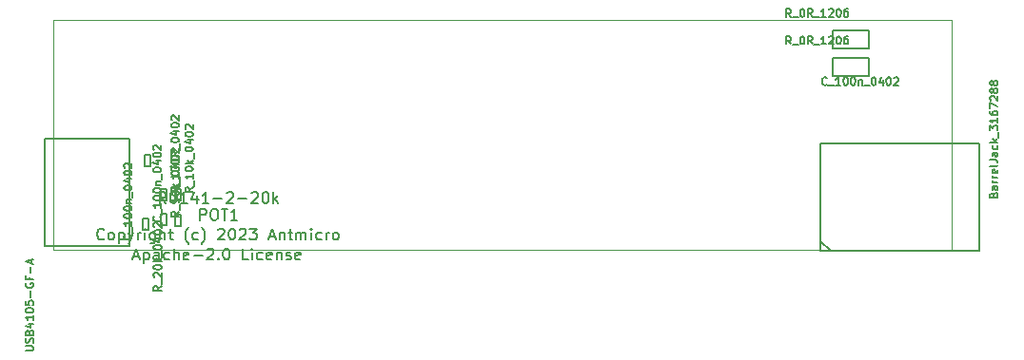
<source format=gbr>
%TF.GenerationSoftware,KiCad,Pcbnew,6.0.11+dfsg-1~bpo11+1*%
%TF.CreationDate,2023-04-14T13:04:02+02:00*%
%TF.ProjectId,IR-diode-general,49522d64-696f-4646-952d-67656e657261,rev?*%
%TF.SameCoordinates,Original*%
%TF.FileFunction,AssemblyDrawing,Top*%
%FSLAX46Y46*%
G04 Gerber Fmt 4.6, Leading zero omitted, Abs format (unit mm)*
G04 Created by KiCad (PCBNEW 6.0.11+dfsg-1~bpo11+1) date 2023-04-14 13:04:02 commit 5e22265*
%MOMM*%
%LPD*%
G01*
G04 APERTURE LIST*
%TA.AperFunction,Profile*%
%ADD10C,0.100000*%
%TD*%
%ADD11C,0.150000*%
G04 APERTURE END LIST*
D10*
X85000000Y-40500000D02*
X165000000Y-40500000D01*
X165000000Y-40500000D02*
X165000000Y-61000000D01*
X165000000Y-61000000D02*
X85000000Y-61000000D01*
X85000000Y-61000000D02*
X85000000Y-40500000D01*
D11*
%TO.C,C13*%
X91950000Y-59647500D02*
X91983333Y-59680833D01*
X92016666Y-59780833D01*
X92016666Y-59847500D01*
X91983333Y-59947500D01*
X91916666Y-60014166D01*
X91850000Y-60047500D01*
X91716666Y-60080833D01*
X91616666Y-60080833D01*
X91483333Y-60047500D01*
X91416666Y-60014166D01*
X91350000Y-59947500D01*
X91316666Y-59847500D01*
X91316666Y-59780833D01*
X91350000Y-59680833D01*
X91383333Y-59647500D01*
X92083333Y-59514166D02*
X92083333Y-58980833D01*
X92016666Y-58447500D02*
X92016666Y-58847500D01*
X92016666Y-58647500D02*
X91316666Y-58647500D01*
X91416666Y-58714166D01*
X91483333Y-58780833D01*
X91516666Y-58847500D01*
X91316666Y-58014166D02*
X91316666Y-57947500D01*
X91350000Y-57880833D01*
X91383333Y-57847500D01*
X91450000Y-57814166D01*
X91583333Y-57780833D01*
X91750000Y-57780833D01*
X91883333Y-57814166D01*
X91950000Y-57847500D01*
X91983333Y-57880833D01*
X92016666Y-57947500D01*
X92016666Y-58014166D01*
X91983333Y-58080833D01*
X91950000Y-58114166D01*
X91883333Y-58147500D01*
X91750000Y-58180833D01*
X91583333Y-58180833D01*
X91450000Y-58147500D01*
X91383333Y-58114166D01*
X91350000Y-58080833D01*
X91316666Y-58014166D01*
X91316666Y-57347500D02*
X91316666Y-57280833D01*
X91350000Y-57214166D01*
X91383333Y-57180833D01*
X91450000Y-57147500D01*
X91583333Y-57114166D01*
X91750000Y-57114166D01*
X91883333Y-57147500D01*
X91950000Y-57180833D01*
X91983333Y-57214166D01*
X92016666Y-57280833D01*
X92016666Y-57347500D01*
X91983333Y-57414166D01*
X91950000Y-57447500D01*
X91883333Y-57480833D01*
X91750000Y-57514166D01*
X91583333Y-57514166D01*
X91450000Y-57480833D01*
X91383333Y-57447500D01*
X91350000Y-57414166D01*
X91316666Y-57347500D01*
X91550000Y-56814166D02*
X92016666Y-56814166D01*
X91616666Y-56814166D02*
X91583333Y-56780833D01*
X91550000Y-56714166D01*
X91550000Y-56614166D01*
X91583333Y-56547500D01*
X91650000Y-56514166D01*
X92016666Y-56514166D01*
X92083333Y-56347500D02*
X92083333Y-55814166D01*
X91316666Y-55514166D02*
X91316666Y-55447500D01*
X91350000Y-55380833D01*
X91383333Y-55347500D01*
X91450000Y-55314166D01*
X91583333Y-55280833D01*
X91750000Y-55280833D01*
X91883333Y-55314166D01*
X91950000Y-55347500D01*
X91983333Y-55380833D01*
X92016666Y-55447500D01*
X92016666Y-55514166D01*
X91983333Y-55580833D01*
X91950000Y-55614166D01*
X91883333Y-55647500D01*
X91750000Y-55680833D01*
X91583333Y-55680833D01*
X91450000Y-55647500D01*
X91383333Y-55614166D01*
X91350000Y-55580833D01*
X91316666Y-55514166D01*
X91550000Y-54680833D02*
X92016666Y-54680833D01*
X91283333Y-54847500D02*
X91783333Y-55014166D01*
X91783333Y-54580833D01*
X91316666Y-54180833D02*
X91316666Y-54114166D01*
X91350000Y-54047500D01*
X91383333Y-54014166D01*
X91450000Y-53980833D01*
X91583333Y-53947500D01*
X91750000Y-53947500D01*
X91883333Y-53980833D01*
X91950000Y-54014166D01*
X91983333Y-54047500D01*
X92016666Y-54114166D01*
X92016666Y-54180833D01*
X91983333Y-54247500D01*
X91950000Y-54280833D01*
X91883333Y-54314166D01*
X91750000Y-54347500D01*
X91583333Y-54347500D01*
X91450000Y-54314166D01*
X91383333Y-54280833D01*
X91350000Y-54247500D01*
X91316666Y-54180833D01*
X91383333Y-53680833D02*
X91350000Y-53647500D01*
X91316666Y-53580833D01*
X91316666Y-53414166D01*
X91350000Y-53347500D01*
X91383333Y-53314166D01*
X91450000Y-53280833D01*
X91516666Y-53280833D01*
X91616666Y-53314166D01*
X92016666Y-53714166D01*
X92016666Y-53280833D01*
%TO.C,R12*%
X97466666Y-55450833D02*
X97133333Y-55684166D01*
X97466666Y-55850833D02*
X96766666Y-55850833D01*
X96766666Y-55584166D01*
X96800000Y-55517500D01*
X96833333Y-55484166D01*
X96900000Y-55450833D01*
X97000000Y-55450833D01*
X97066666Y-55484166D01*
X97100000Y-55517500D01*
X97133333Y-55584166D01*
X97133333Y-55850833D01*
X97533333Y-55317500D02*
X97533333Y-54784166D01*
X97466666Y-54250833D02*
X97466666Y-54650833D01*
X97466666Y-54450833D02*
X96766666Y-54450833D01*
X96866666Y-54517500D01*
X96933333Y-54584166D01*
X96966666Y-54650833D01*
X96766666Y-53817500D02*
X96766666Y-53750833D01*
X96800000Y-53684166D01*
X96833333Y-53650833D01*
X96900000Y-53617500D01*
X97033333Y-53584166D01*
X97200000Y-53584166D01*
X97333333Y-53617500D01*
X97400000Y-53650833D01*
X97433333Y-53684166D01*
X97466666Y-53750833D01*
X97466666Y-53817500D01*
X97433333Y-53884166D01*
X97400000Y-53917500D01*
X97333333Y-53950833D01*
X97200000Y-53984166D01*
X97033333Y-53984166D01*
X96900000Y-53950833D01*
X96833333Y-53917500D01*
X96800000Y-53884166D01*
X96766666Y-53817500D01*
X97466666Y-53284166D02*
X96766666Y-53284166D01*
X97200000Y-53217500D02*
X97466666Y-53017500D01*
X97000000Y-53017500D02*
X97266666Y-53284166D01*
X97533333Y-52884166D02*
X97533333Y-52350833D01*
X96766666Y-52050833D02*
X96766666Y-51984166D01*
X96800000Y-51917500D01*
X96833333Y-51884166D01*
X96900000Y-51850833D01*
X97033333Y-51817500D01*
X97200000Y-51817500D01*
X97333333Y-51850833D01*
X97400000Y-51884166D01*
X97433333Y-51917500D01*
X97466666Y-51984166D01*
X97466666Y-52050833D01*
X97433333Y-52117500D01*
X97400000Y-52150833D01*
X97333333Y-52184166D01*
X97200000Y-52217500D01*
X97033333Y-52217500D01*
X96900000Y-52184166D01*
X96833333Y-52150833D01*
X96800000Y-52117500D01*
X96766666Y-52050833D01*
X97000000Y-51217500D02*
X97466666Y-51217500D01*
X96733333Y-51384166D02*
X97233333Y-51550833D01*
X97233333Y-51117500D01*
X96766666Y-50717500D02*
X96766666Y-50650833D01*
X96800000Y-50584166D01*
X96833333Y-50550833D01*
X96900000Y-50517500D01*
X97033333Y-50484166D01*
X97200000Y-50484166D01*
X97333333Y-50517500D01*
X97400000Y-50550833D01*
X97433333Y-50584166D01*
X97466666Y-50650833D01*
X97466666Y-50717500D01*
X97433333Y-50784166D01*
X97400000Y-50817500D01*
X97333333Y-50850833D01*
X97200000Y-50884166D01*
X97033333Y-50884166D01*
X96900000Y-50850833D01*
X96833333Y-50817500D01*
X96800000Y-50784166D01*
X96766666Y-50717500D01*
X96833333Y-50217500D02*
X96800000Y-50184166D01*
X96766666Y-50117500D01*
X96766666Y-49950833D01*
X96800000Y-49884166D01*
X96833333Y-49850833D01*
X96900000Y-49817500D01*
X96966666Y-49817500D01*
X97066666Y-49850833D01*
X97466666Y-50250833D01*
X97466666Y-49817500D01*
%TO.C,J1*%
X168700000Y-56102500D02*
X168733333Y-56002500D01*
X168766666Y-55969166D01*
X168833333Y-55935833D01*
X168933333Y-55935833D01*
X169000000Y-55969166D01*
X169033333Y-56002500D01*
X169066666Y-56069166D01*
X169066666Y-56335833D01*
X168366666Y-56335833D01*
X168366666Y-56102500D01*
X168400000Y-56035833D01*
X168433333Y-56002500D01*
X168500000Y-55969166D01*
X168566666Y-55969166D01*
X168633333Y-56002500D01*
X168666666Y-56035833D01*
X168700000Y-56102500D01*
X168700000Y-56335833D01*
X169066666Y-55335833D02*
X168700000Y-55335833D01*
X168633333Y-55369166D01*
X168600000Y-55435833D01*
X168600000Y-55569166D01*
X168633333Y-55635833D01*
X169033333Y-55335833D02*
X169066666Y-55402500D01*
X169066666Y-55569166D01*
X169033333Y-55635833D01*
X168966666Y-55669166D01*
X168900000Y-55669166D01*
X168833333Y-55635833D01*
X168800000Y-55569166D01*
X168800000Y-55402500D01*
X168766666Y-55335833D01*
X169066666Y-55002500D02*
X168600000Y-55002500D01*
X168733333Y-55002500D02*
X168666666Y-54969166D01*
X168633333Y-54935833D01*
X168600000Y-54869166D01*
X168600000Y-54802500D01*
X169066666Y-54569166D02*
X168600000Y-54569166D01*
X168733333Y-54569166D02*
X168666666Y-54535833D01*
X168633333Y-54502500D01*
X168600000Y-54435833D01*
X168600000Y-54369166D01*
X169033333Y-53869166D02*
X169066666Y-53935833D01*
X169066666Y-54069166D01*
X169033333Y-54135833D01*
X168966666Y-54169166D01*
X168700000Y-54169166D01*
X168633333Y-54135833D01*
X168600000Y-54069166D01*
X168600000Y-53935833D01*
X168633333Y-53869166D01*
X168700000Y-53835833D01*
X168766666Y-53835833D01*
X168833333Y-54169166D01*
X169066666Y-53435833D02*
X169033333Y-53502500D01*
X168966666Y-53535833D01*
X168366666Y-53535833D01*
X168366666Y-52969166D02*
X168866666Y-52969166D01*
X168966666Y-53002500D01*
X169033333Y-53069166D01*
X169066666Y-53169166D01*
X169066666Y-53235833D01*
X169066666Y-52335833D02*
X168700000Y-52335833D01*
X168633333Y-52369166D01*
X168600000Y-52435833D01*
X168600000Y-52569166D01*
X168633333Y-52635833D01*
X169033333Y-52335833D02*
X169066666Y-52402500D01*
X169066666Y-52569166D01*
X169033333Y-52635833D01*
X168966666Y-52669166D01*
X168900000Y-52669166D01*
X168833333Y-52635833D01*
X168800000Y-52569166D01*
X168800000Y-52402500D01*
X168766666Y-52335833D01*
X169033333Y-51702500D02*
X169066666Y-51769166D01*
X169066666Y-51902500D01*
X169033333Y-51969166D01*
X169000000Y-52002500D01*
X168933333Y-52035833D01*
X168733333Y-52035833D01*
X168666666Y-52002500D01*
X168633333Y-51969166D01*
X168600000Y-51902500D01*
X168600000Y-51769166D01*
X168633333Y-51702500D01*
X169066666Y-51402500D02*
X168366666Y-51402500D01*
X168800000Y-51335833D02*
X169066666Y-51135833D01*
X168600000Y-51135833D02*
X168866666Y-51402500D01*
X169133333Y-51002500D02*
X169133333Y-50469166D01*
X168366666Y-50369166D02*
X168366666Y-49935833D01*
X168633333Y-50169166D01*
X168633333Y-50069166D01*
X168666666Y-50002500D01*
X168700000Y-49969166D01*
X168766666Y-49935833D01*
X168933333Y-49935833D01*
X169000000Y-49969166D01*
X169033333Y-50002500D01*
X169066666Y-50069166D01*
X169066666Y-50269166D01*
X169033333Y-50335833D01*
X169000000Y-50369166D01*
X169066666Y-49269166D02*
X169066666Y-49669166D01*
X169066666Y-49469166D02*
X168366666Y-49469166D01*
X168466666Y-49535833D01*
X168533333Y-49602500D01*
X168566666Y-49669166D01*
X168366666Y-48669166D02*
X168366666Y-48802500D01*
X168400000Y-48869166D01*
X168433333Y-48902500D01*
X168533333Y-48969166D01*
X168666666Y-49002500D01*
X168933333Y-49002500D01*
X169000000Y-48969166D01*
X169033333Y-48935833D01*
X169066666Y-48869166D01*
X169066666Y-48735833D01*
X169033333Y-48669166D01*
X169000000Y-48635833D01*
X168933333Y-48602500D01*
X168766666Y-48602500D01*
X168700000Y-48635833D01*
X168666666Y-48669166D01*
X168633333Y-48735833D01*
X168633333Y-48869166D01*
X168666666Y-48935833D01*
X168700000Y-48969166D01*
X168766666Y-49002500D01*
X168366666Y-48369166D02*
X168366666Y-47902500D01*
X169066666Y-48202500D01*
X168433333Y-47669166D02*
X168400000Y-47635833D01*
X168366666Y-47569166D01*
X168366666Y-47402500D01*
X168400000Y-47335833D01*
X168433333Y-47302500D01*
X168500000Y-47269166D01*
X168566666Y-47269166D01*
X168666666Y-47302500D01*
X169066666Y-47702500D01*
X169066666Y-47269166D01*
X168666666Y-46869166D02*
X168633333Y-46935833D01*
X168600000Y-46969166D01*
X168533333Y-47002500D01*
X168500000Y-47002500D01*
X168433333Y-46969166D01*
X168400000Y-46935833D01*
X168366666Y-46869166D01*
X168366666Y-46735833D01*
X168400000Y-46669166D01*
X168433333Y-46635833D01*
X168500000Y-46602500D01*
X168533333Y-46602500D01*
X168600000Y-46635833D01*
X168633333Y-46669166D01*
X168666666Y-46735833D01*
X168666666Y-46869166D01*
X168700000Y-46935833D01*
X168733333Y-46969166D01*
X168800000Y-47002500D01*
X168933333Y-47002500D01*
X169000000Y-46969166D01*
X169033333Y-46935833D01*
X169066666Y-46869166D01*
X169066666Y-46735833D01*
X169033333Y-46669166D01*
X169000000Y-46635833D01*
X168933333Y-46602500D01*
X168800000Y-46602500D01*
X168733333Y-46635833D01*
X168700000Y-46669166D01*
X168666666Y-46735833D01*
X168666666Y-46202500D02*
X168633333Y-46269166D01*
X168600000Y-46302500D01*
X168533333Y-46335833D01*
X168500000Y-46335833D01*
X168433333Y-46302500D01*
X168400000Y-46269166D01*
X168366666Y-46202500D01*
X168366666Y-46069166D01*
X168400000Y-46002500D01*
X168433333Y-45969166D01*
X168500000Y-45935833D01*
X168533333Y-45935833D01*
X168600000Y-45969166D01*
X168633333Y-46002500D01*
X168666666Y-46069166D01*
X168666666Y-46202500D01*
X168700000Y-46269166D01*
X168733333Y-46302500D01*
X168800000Y-46335833D01*
X168933333Y-46335833D01*
X169000000Y-46302500D01*
X169033333Y-46269166D01*
X169066666Y-46202500D01*
X169066666Y-46069166D01*
X169033333Y-46002500D01*
X169000000Y-45969166D01*
X168933333Y-45935833D01*
X168800000Y-45935833D01*
X168733333Y-45969166D01*
X168700000Y-46002500D01*
X168666666Y-46069166D01*
%TO.C,J2*%
X82576311Y-69980833D02*
X83142978Y-69980833D01*
X83209645Y-69947500D01*
X83242978Y-69914166D01*
X83276311Y-69847500D01*
X83276311Y-69714166D01*
X83242978Y-69647500D01*
X83209645Y-69614166D01*
X83142978Y-69580833D01*
X82576311Y-69580833D01*
X83242978Y-69280833D02*
X83276311Y-69180833D01*
X83276311Y-69014166D01*
X83242978Y-68947500D01*
X83209645Y-68914166D01*
X83142978Y-68880833D01*
X83076311Y-68880833D01*
X83009645Y-68914166D01*
X82976311Y-68947500D01*
X82942978Y-69014166D01*
X82909645Y-69147500D01*
X82876311Y-69214166D01*
X82842978Y-69247500D01*
X82776311Y-69280833D01*
X82709645Y-69280833D01*
X82642978Y-69247500D01*
X82609645Y-69214166D01*
X82576311Y-69147500D01*
X82576311Y-68980833D01*
X82609645Y-68880833D01*
X82909645Y-68347500D02*
X82942978Y-68247500D01*
X82976311Y-68214166D01*
X83042978Y-68180833D01*
X83142978Y-68180833D01*
X83209645Y-68214166D01*
X83242978Y-68247500D01*
X83276311Y-68314166D01*
X83276311Y-68580833D01*
X82576311Y-68580833D01*
X82576311Y-68347500D01*
X82609645Y-68280833D01*
X82642978Y-68247500D01*
X82709645Y-68214166D01*
X82776311Y-68214166D01*
X82842978Y-68247500D01*
X82876311Y-68280833D01*
X82909645Y-68347500D01*
X82909645Y-68580833D01*
X82809645Y-67580833D02*
X83276311Y-67580833D01*
X82542978Y-67747500D02*
X83042978Y-67914166D01*
X83042978Y-67480833D01*
X83276311Y-66847500D02*
X83276311Y-67247500D01*
X83276311Y-67047500D02*
X82576311Y-67047500D01*
X82676311Y-67114166D01*
X82742978Y-67180833D01*
X82776311Y-67247500D01*
X82576311Y-66414166D02*
X82576311Y-66347500D01*
X82609645Y-66280833D01*
X82642978Y-66247500D01*
X82709645Y-66214166D01*
X82842978Y-66180833D01*
X83009645Y-66180833D01*
X83142978Y-66214166D01*
X83209645Y-66247500D01*
X83242978Y-66280833D01*
X83276311Y-66347500D01*
X83276311Y-66414166D01*
X83242978Y-66480833D01*
X83209645Y-66514166D01*
X83142978Y-66547500D01*
X83009645Y-66580833D01*
X82842978Y-66580833D01*
X82709645Y-66547500D01*
X82642978Y-66514166D01*
X82609645Y-66480833D01*
X82576311Y-66414166D01*
X82576311Y-65547500D02*
X82576311Y-65880833D01*
X82909645Y-65914166D01*
X82876311Y-65880833D01*
X82842978Y-65814166D01*
X82842978Y-65647500D01*
X82876311Y-65580833D01*
X82909645Y-65547500D01*
X82976311Y-65514166D01*
X83142978Y-65514166D01*
X83209645Y-65547500D01*
X83242978Y-65580833D01*
X83276311Y-65647500D01*
X83276311Y-65814166D01*
X83242978Y-65880833D01*
X83209645Y-65914166D01*
X83009645Y-65214166D02*
X83009645Y-64680833D01*
X82609645Y-63980833D02*
X82576311Y-64047500D01*
X82576311Y-64147500D01*
X82609645Y-64247500D01*
X82676311Y-64314166D01*
X82742978Y-64347500D01*
X82876311Y-64380833D01*
X82976311Y-64380833D01*
X83109645Y-64347500D01*
X83176311Y-64314166D01*
X83242978Y-64247500D01*
X83276311Y-64147500D01*
X83276311Y-64080833D01*
X83242978Y-63980833D01*
X83209645Y-63947500D01*
X82976311Y-63947500D01*
X82976311Y-64080833D01*
X82909645Y-63414166D02*
X82909645Y-63647500D01*
X83276311Y-63647500D02*
X82576311Y-63647500D01*
X82576311Y-63314166D01*
X83009645Y-63047500D02*
X83009645Y-62514166D01*
X83076311Y-62214166D02*
X83076311Y-61880833D01*
X83276311Y-62280833D02*
X82576311Y-62047500D01*
X83276311Y-61814166D01*
%TO.C,R11*%
X150669166Y-42666666D02*
X150435833Y-42333333D01*
X150269166Y-42666666D02*
X150269166Y-41966666D01*
X150535833Y-41966666D01*
X150602500Y-42000000D01*
X150635833Y-42033333D01*
X150669166Y-42100000D01*
X150669166Y-42200000D01*
X150635833Y-42266666D01*
X150602500Y-42300000D01*
X150535833Y-42333333D01*
X150269166Y-42333333D01*
X150802500Y-42733333D02*
X151335833Y-42733333D01*
X151635833Y-41966666D02*
X151702500Y-41966666D01*
X151769166Y-42000000D01*
X151802500Y-42033333D01*
X151835833Y-42100000D01*
X151869166Y-42233333D01*
X151869166Y-42400000D01*
X151835833Y-42533333D01*
X151802500Y-42600000D01*
X151769166Y-42633333D01*
X151702500Y-42666666D01*
X151635833Y-42666666D01*
X151569166Y-42633333D01*
X151535833Y-42600000D01*
X151502500Y-42533333D01*
X151469166Y-42400000D01*
X151469166Y-42233333D01*
X151502500Y-42100000D01*
X151535833Y-42033333D01*
X151569166Y-42000000D01*
X151635833Y-41966666D01*
X152569166Y-42666666D02*
X152335833Y-42333333D01*
X152169166Y-42666666D02*
X152169166Y-41966666D01*
X152435833Y-41966666D01*
X152502500Y-42000000D01*
X152535833Y-42033333D01*
X152569166Y-42100000D01*
X152569166Y-42200000D01*
X152535833Y-42266666D01*
X152502500Y-42300000D01*
X152435833Y-42333333D01*
X152169166Y-42333333D01*
X152702500Y-42733333D02*
X153235833Y-42733333D01*
X153769166Y-42666666D02*
X153369166Y-42666666D01*
X153569166Y-42666666D02*
X153569166Y-41966666D01*
X153502500Y-42066666D01*
X153435833Y-42133333D01*
X153369166Y-42166666D01*
X154035833Y-42033333D02*
X154069166Y-42000000D01*
X154135833Y-41966666D01*
X154302500Y-41966666D01*
X154369166Y-42000000D01*
X154402500Y-42033333D01*
X154435833Y-42100000D01*
X154435833Y-42166666D01*
X154402500Y-42266666D01*
X154002500Y-42666666D01*
X154435833Y-42666666D01*
X154869166Y-41966666D02*
X154935833Y-41966666D01*
X155002500Y-42000000D01*
X155035833Y-42033333D01*
X155069166Y-42100000D01*
X155102500Y-42233333D01*
X155102500Y-42400000D01*
X155069166Y-42533333D01*
X155035833Y-42600000D01*
X155002500Y-42633333D01*
X154935833Y-42666666D01*
X154869166Y-42666666D01*
X154802500Y-42633333D01*
X154769166Y-42600000D01*
X154735833Y-42533333D01*
X154702500Y-42400000D01*
X154702500Y-42233333D01*
X154735833Y-42100000D01*
X154769166Y-42033333D01*
X154802500Y-42000000D01*
X154869166Y-41966666D01*
X155702500Y-41966666D02*
X155569166Y-41966666D01*
X155502500Y-42000000D01*
X155469166Y-42033333D01*
X155402500Y-42133333D01*
X155369166Y-42266666D01*
X155369166Y-42533333D01*
X155402500Y-42600000D01*
X155435833Y-42633333D01*
X155502500Y-42666666D01*
X155635833Y-42666666D01*
X155702500Y-42633333D01*
X155735833Y-42600000D01*
X155769166Y-42533333D01*
X155769166Y-42366666D01*
X155735833Y-42300000D01*
X155702500Y-42266666D01*
X155635833Y-42233333D01*
X155502500Y-42233333D01*
X155435833Y-42266666D01*
X155402500Y-42300000D01*
X155369166Y-42366666D01*
%TO.C,R13*%
X96216666Y-55450833D02*
X95883333Y-55684166D01*
X96216666Y-55850833D02*
X95516666Y-55850833D01*
X95516666Y-55584166D01*
X95550000Y-55517500D01*
X95583333Y-55484166D01*
X95650000Y-55450833D01*
X95750000Y-55450833D01*
X95816666Y-55484166D01*
X95850000Y-55517500D01*
X95883333Y-55584166D01*
X95883333Y-55850833D01*
X96283333Y-55317500D02*
X96283333Y-54784166D01*
X96216666Y-54250833D02*
X96216666Y-54650833D01*
X96216666Y-54450833D02*
X95516666Y-54450833D01*
X95616666Y-54517500D01*
X95683333Y-54584166D01*
X95716666Y-54650833D01*
X95516666Y-53817500D02*
X95516666Y-53750833D01*
X95550000Y-53684166D01*
X95583333Y-53650833D01*
X95650000Y-53617500D01*
X95783333Y-53584166D01*
X95950000Y-53584166D01*
X96083333Y-53617500D01*
X96150000Y-53650833D01*
X96183333Y-53684166D01*
X96216666Y-53750833D01*
X96216666Y-53817500D01*
X96183333Y-53884166D01*
X96150000Y-53917500D01*
X96083333Y-53950833D01*
X95950000Y-53984166D01*
X95783333Y-53984166D01*
X95650000Y-53950833D01*
X95583333Y-53917500D01*
X95550000Y-53884166D01*
X95516666Y-53817500D01*
X95516666Y-53150833D02*
X95516666Y-53084166D01*
X95550000Y-53017500D01*
X95583333Y-52984166D01*
X95650000Y-52950833D01*
X95783333Y-52917500D01*
X95950000Y-52917500D01*
X96083333Y-52950833D01*
X96150000Y-52984166D01*
X96183333Y-53017500D01*
X96216666Y-53084166D01*
X96216666Y-53150833D01*
X96183333Y-53217500D01*
X96150000Y-53250833D01*
X96083333Y-53284166D01*
X95950000Y-53317500D01*
X95783333Y-53317500D01*
X95650000Y-53284166D01*
X95583333Y-53250833D01*
X95550000Y-53217500D01*
X95516666Y-53150833D01*
X96216666Y-52217500D02*
X95883333Y-52450833D01*
X96216666Y-52617500D02*
X95516666Y-52617500D01*
X95516666Y-52350833D01*
X95550000Y-52284166D01*
X95583333Y-52250833D01*
X95650000Y-52217500D01*
X95750000Y-52217500D01*
X95816666Y-52250833D01*
X95850000Y-52284166D01*
X95883333Y-52350833D01*
X95883333Y-52617500D01*
X96283333Y-52084166D02*
X96283333Y-51550833D01*
X95516666Y-51250833D02*
X95516666Y-51184166D01*
X95550000Y-51117500D01*
X95583333Y-51084166D01*
X95650000Y-51050833D01*
X95783333Y-51017500D01*
X95950000Y-51017500D01*
X96083333Y-51050833D01*
X96150000Y-51084166D01*
X96183333Y-51117500D01*
X96216666Y-51184166D01*
X96216666Y-51250833D01*
X96183333Y-51317500D01*
X96150000Y-51350833D01*
X96083333Y-51384166D01*
X95950000Y-51417500D01*
X95783333Y-51417500D01*
X95650000Y-51384166D01*
X95583333Y-51350833D01*
X95550000Y-51317500D01*
X95516666Y-51250833D01*
X95750000Y-50417500D02*
X96216666Y-50417500D01*
X95483333Y-50584166D02*
X95983333Y-50750833D01*
X95983333Y-50317500D01*
X95516666Y-49917500D02*
X95516666Y-49850833D01*
X95550000Y-49784166D01*
X95583333Y-49750833D01*
X95650000Y-49717500D01*
X95783333Y-49684166D01*
X95950000Y-49684166D01*
X96083333Y-49717500D01*
X96150000Y-49750833D01*
X96183333Y-49784166D01*
X96216666Y-49850833D01*
X96216666Y-49917500D01*
X96183333Y-49984166D01*
X96150000Y-50017500D01*
X96083333Y-50050833D01*
X95950000Y-50084166D01*
X95783333Y-50084166D01*
X95650000Y-50050833D01*
X95583333Y-50017500D01*
X95550000Y-49984166D01*
X95516666Y-49917500D01*
X95583333Y-49417500D02*
X95550000Y-49384166D01*
X95516666Y-49317500D01*
X95516666Y-49150833D01*
X95550000Y-49084166D01*
X95583333Y-49050833D01*
X95650000Y-49017500D01*
X95716666Y-49017500D01*
X95816666Y-49050833D01*
X96216666Y-49450833D01*
X96216666Y-49017500D01*
%TO.C,C12*%
X94550000Y-58035833D02*
X94583333Y-58069166D01*
X94616666Y-58169166D01*
X94616666Y-58235833D01*
X94583333Y-58335833D01*
X94516666Y-58402500D01*
X94450000Y-58435833D01*
X94316666Y-58469166D01*
X94216666Y-58469166D01*
X94083333Y-58435833D01*
X94016666Y-58402500D01*
X93950000Y-58335833D01*
X93916666Y-58235833D01*
X93916666Y-58169166D01*
X93950000Y-58069166D01*
X93983333Y-58035833D01*
X94683333Y-57902500D02*
X94683333Y-57369166D01*
X94616666Y-56835833D02*
X94616666Y-57235833D01*
X94616666Y-57035833D02*
X93916666Y-57035833D01*
X94016666Y-57102500D01*
X94083333Y-57169166D01*
X94116666Y-57235833D01*
X93916666Y-56402500D02*
X93916666Y-56335833D01*
X93950000Y-56269166D01*
X93983333Y-56235833D01*
X94050000Y-56202500D01*
X94183333Y-56169166D01*
X94350000Y-56169166D01*
X94483333Y-56202500D01*
X94550000Y-56235833D01*
X94583333Y-56269166D01*
X94616666Y-56335833D01*
X94616666Y-56402500D01*
X94583333Y-56469166D01*
X94550000Y-56502500D01*
X94483333Y-56535833D01*
X94350000Y-56569166D01*
X94183333Y-56569166D01*
X94050000Y-56535833D01*
X93983333Y-56502500D01*
X93950000Y-56469166D01*
X93916666Y-56402500D01*
X93916666Y-55735833D02*
X93916666Y-55669166D01*
X93950000Y-55602500D01*
X93983333Y-55569166D01*
X94050000Y-55535833D01*
X94183333Y-55502500D01*
X94350000Y-55502500D01*
X94483333Y-55535833D01*
X94550000Y-55569166D01*
X94583333Y-55602500D01*
X94616666Y-55669166D01*
X94616666Y-55735833D01*
X94583333Y-55802500D01*
X94550000Y-55835833D01*
X94483333Y-55869166D01*
X94350000Y-55902500D01*
X94183333Y-55902500D01*
X94050000Y-55869166D01*
X93983333Y-55835833D01*
X93950000Y-55802500D01*
X93916666Y-55735833D01*
X94150000Y-55202500D02*
X94616666Y-55202500D01*
X94216666Y-55202500D02*
X94183333Y-55169166D01*
X94150000Y-55102500D01*
X94150000Y-55002500D01*
X94183333Y-54935833D01*
X94250000Y-54902500D01*
X94616666Y-54902500D01*
X94683333Y-54735833D02*
X94683333Y-54202500D01*
X93916666Y-53902500D02*
X93916666Y-53835833D01*
X93950000Y-53769166D01*
X93983333Y-53735833D01*
X94050000Y-53702500D01*
X94183333Y-53669166D01*
X94350000Y-53669166D01*
X94483333Y-53702500D01*
X94550000Y-53735833D01*
X94583333Y-53769166D01*
X94616666Y-53835833D01*
X94616666Y-53902500D01*
X94583333Y-53969166D01*
X94550000Y-54002500D01*
X94483333Y-54035833D01*
X94350000Y-54069166D01*
X94183333Y-54069166D01*
X94050000Y-54035833D01*
X93983333Y-54002500D01*
X93950000Y-53969166D01*
X93916666Y-53902500D01*
X94150000Y-53069166D02*
X94616666Y-53069166D01*
X93883333Y-53235833D02*
X94383333Y-53402500D01*
X94383333Y-52969166D01*
X93916666Y-52569166D02*
X93916666Y-52502500D01*
X93950000Y-52435833D01*
X93983333Y-52402500D01*
X94050000Y-52369166D01*
X94183333Y-52335833D01*
X94350000Y-52335833D01*
X94483333Y-52369166D01*
X94550000Y-52402500D01*
X94583333Y-52435833D01*
X94616666Y-52502500D01*
X94616666Y-52569166D01*
X94583333Y-52635833D01*
X94550000Y-52669166D01*
X94483333Y-52702500D01*
X94350000Y-52735833D01*
X94183333Y-52735833D01*
X94050000Y-52702500D01*
X93983333Y-52669166D01*
X93950000Y-52635833D01*
X93916666Y-52569166D01*
X93983333Y-52069166D02*
X93950000Y-52035833D01*
X93916666Y-51969166D01*
X93916666Y-51802500D01*
X93950000Y-51735833D01*
X93983333Y-51702500D01*
X94050000Y-51669166D01*
X94116666Y-51669166D01*
X94216666Y-51702500D01*
X94616666Y-52102500D01*
X94616666Y-51669166D01*
%TO.C,R6*%
X94666666Y-64214166D02*
X94333333Y-64447500D01*
X94666666Y-64614166D02*
X93966666Y-64614166D01*
X93966666Y-64347500D01*
X94000000Y-64280833D01*
X94033333Y-64247500D01*
X94100000Y-64214166D01*
X94200000Y-64214166D01*
X94266666Y-64247500D01*
X94300000Y-64280833D01*
X94333333Y-64347500D01*
X94333333Y-64614166D01*
X94733333Y-64080833D02*
X94733333Y-63547500D01*
X94033333Y-63414166D02*
X94000000Y-63380833D01*
X93966666Y-63314166D01*
X93966666Y-63147500D01*
X94000000Y-63080833D01*
X94033333Y-63047500D01*
X94100000Y-63014166D01*
X94166666Y-63014166D01*
X94266666Y-63047500D01*
X94666666Y-63447500D01*
X94666666Y-63014166D01*
X93966666Y-62580833D02*
X93966666Y-62514166D01*
X94000000Y-62447500D01*
X94033333Y-62414166D01*
X94100000Y-62380833D01*
X94233333Y-62347500D01*
X94400000Y-62347500D01*
X94533333Y-62380833D01*
X94600000Y-62414166D01*
X94633333Y-62447500D01*
X94666666Y-62514166D01*
X94666666Y-62580833D01*
X94633333Y-62647500D01*
X94600000Y-62680833D01*
X94533333Y-62714166D01*
X94400000Y-62747500D01*
X94233333Y-62747500D01*
X94100000Y-62714166D01*
X94033333Y-62680833D01*
X94000000Y-62647500D01*
X93966666Y-62580833D01*
X94666666Y-62047500D02*
X93966666Y-62047500D01*
X94400000Y-61980833D02*
X94666666Y-61780833D01*
X94200000Y-61780833D02*
X94466666Y-62047500D01*
X94733333Y-61647500D02*
X94733333Y-61114166D01*
X93966666Y-60814166D02*
X93966666Y-60747500D01*
X94000000Y-60680833D01*
X94033333Y-60647500D01*
X94100000Y-60614166D01*
X94233333Y-60580833D01*
X94400000Y-60580833D01*
X94533333Y-60614166D01*
X94600000Y-60647500D01*
X94633333Y-60680833D01*
X94666666Y-60747500D01*
X94666666Y-60814166D01*
X94633333Y-60880833D01*
X94600000Y-60914166D01*
X94533333Y-60947500D01*
X94400000Y-60980833D01*
X94233333Y-60980833D01*
X94100000Y-60947500D01*
X94033333Y-60914166D01*
X94000000Y-60880833D01*
X93966666Y-60814166D01*
X94200000Y-59980833D02*
X94666666Y-59980833D01*
X93933333Y-60147500D02*
X94433333Y-60314166D01*
X94433333Y-59880833D01*
X93966666Y-59480833D02*
X93966666Y-59414166D01*
X94000000Y-59347500D01*
X94033333Y-59314166D01*
X94100000Y-59280833D01*
X94233333Y-59247500D01*
X94400000Y-59247500D01*
X94533333Y-59280833D01*
X94600000Y-59314166D01*
X94633333Y-59347500D01*
X94666666Y-59414166D01*
X94666666Y-59480833D01*
X94633333Y-59547500D01*
X94600000Y-59580833D01*
X94533333Y-59614166D01*
X94400000Y-59647500D01*
X94233333Y-59647500D01*
X94100000Y-59614166D01*
X94033333Y-59580833D01*
X94000000Y-59547500D01*
X93966666Y-59480833D01*
X94033333Y-58980833D02*
X94000000Y-58947500D01*
X93966666Y-58880833D01*
X93966666Y-58714166D01*
X94000000Y-58647500D01*
X94033333Y-58614166D01*
X94100000Y-58580833D01*
X94166666Y-58580833D01*
X94266666Y-58614166D01*
X94666666Y-59014166D01*
X94666666Y-58580833D01*
%TO.C,R10*%
X150669166Y-40216666D02*
X150435833Y-39883333D01*
X150269166Y-40216666D02*
X150269166Y-39516666D01*
X150535833Y-39516666D01*
X150602500Y-39550000D01*
X150635833Y-39583333D01*
X150669166Y-39650000D01*
X150669166Y-39750000D01*
X150635833Y-39816666D01*
X150602500Y-39850000D01*
X150535833Y-39883333D01*
X150269166Y-39883333D01*
X150802500Y-40283333D02*
X151335833Y-40283333D01*
X151635833Y-39516666D02*
X151702500Y-39516666D01*
X151769166Y-39550000D01*
X151802500Y-39583333D01*
X151835833Y-39650000D01*
X151869166Y-39783333D01*
X151869166Y-39950000D01*
X151835833Y-40083333D01*
X151802500Y-40150000D01*
X151769166Y-40183333D01*
X151702500Y-40216666D01*
X151635833Y-40216666D01*
X151569166Y-40183333D01*
X151535833Y-40150000D01*
X151502500Y-40083333D01*
X151469166Y-39950000D01*
X151469166Y-39783333D01*
X151502500Y-39650000D01*
X151535833Y-39583333D01*
X151569166Y-39550000D01*
X151635833Y-39516666D01*
X152569166Y-40216666D02*
X152335833Y-39883333D01*
X152169166Y-40216666D02*
X152169166Y-39516666D01*
X152435833Y-39516666D01*
X152502500Y-39550000D01*
X152535833Y-39583333D01*
X152569166Y-39650000D01*
X152569166Y-39750000D01*
X152535833Y-39816666D01*
X152502500Y-39850000D01*
X152435833Y-39883333D01*
X152169166Y-39883333D01*
X152702500Y-40283333D02*
X153235833Y-40283333D01*
X153769166Y-40216666D02*
X153369166Y-40216666D01*
X153569166Y-40216666D02*
X153569166Y-39516666D01*
X153502500Y-39616666D01*
X153435833Y-39683333D01*
X153369166Y-39716666D01*
X154035833Y-39583333D02*
X154069166Y-39550000D01*
X154135833Y-39516666D01*
X154302500Y-39516666D01*
X154369166Y-39550000D01*
X154402500Y-39583333D01*
X154435833Y-39650000D01*
X154435833Y-39716666D01*
X154402500Y-39816666D01*
X154002500Y-40216666D01*
X154435833Y-40216666D01*
X154869166Y-39516666D02*
X154935833Y-39516666D01*
X155002500Y-39550000D01*
X155035833Y-39583333D01*
X155069166Y-39650000D01*
X155102500Y-39783333D01*
X155102500Y-39950000D01*
X155069166Y-40083333D01*
X155035833Y-40150000D01*
X155002500Y-40183333D01*
X154935833Y-40216666D01*
X154869166Y-40216666D01*
X154802500Y-40183333D01*
X154769166Y-40150000D01*
X154735833Y-40083333D01*
X154702500Y-39950000D01*
X154702500Y-39783333D01*
X154735833Y-39650000D01*
X154769166Y-39583333D01*
X154802500Y-39550000D01*
X154869166Y-39516666D01*
X155702500Y-39516666D02*
X155569166Y-39516666D01*
X155502500Y-39550000D01*
X155469166Y-39583333D01*
X155402500Y-39683333D01*
X155369166Y-39816666D01*
X155369166Y-40083333D01*
X155402500Y-40150000D01*
X155435833Y-40183333D01*
X155502500Y-40216666D01*
X155635833Y-40216666D01*
X155702500Y-40183333D01*
X155735833Y-40150000D01*
X155769166Y-40083333D01*
X155769166Y-39916666D01*
X155735833Y-39850000D01*
X155702500Y-39816666D01*
X155635833Y-39783333D01*
X155502500Y-39783333D01*
X155435833Y-39816666D01*
X155402500Y-39850000D01*
X155369166Y-39916666D01*
%TO.C,POT1*%
X95060333Y-56849780D02*
X94727000Y-56373590D01*
X94488904Y-56849780D02*
X94488904Y-55849780D01*
X94869857Y-55849780D01*
X94965095Y-55897400D01*
X95012714Y-55945019D01*
X95060333Y-56040257D01*
X95060333Y-56183114D01*
X95012714Y-56278352D01*
X94965095Y-56325971D01*
X94869857Y-56373590D01*
X94488904Y-56373590D01*
X95679380Y-55849780D02*
X95774619Y-55849780D01*
X95869857Y-55897400D01*
X95917476Y-55945019D01*
X95965095Y-56040257D01*
X96012714Y-56230733D01*
X96012714Y-56468828D01*
X95965095Y-56659304D01*
X95917476Y-56754542D01*
X95869857Y-56802161D01*
X95774619Y-56849780D01*
X95679380Y-56849780D01*
X95584142Y-56802161D01*
X95536523Y-56754542D01*
X95488904Y-56659304D01*
X95441285Y-56468828D01*
X95441285Y-56230733D01*
X95488904Y-56040257D01*
X95536523Y-55945019D01*
X95584142Y-55897400D01*
X95679380Y-55849780D01*
X96965095Y-56849780D02*
X96393666Y-56849780D01*
X96679380Y-56849780D02*
X96679380Y-55849780D01*
X96584142Y-55992638D01*
X96488904Y-56087876D01*
X96393666Y-56135495D01*
X97822238Y-56183114D02*
X97822238Y-56849780D01*
X97584142Y-55802161D02*
X97346047Y-56516447D01*
X97965095Y-56516447D01*
X98869857Y-56849780D02*
X98298428Y-56849780D01*
X98584142Y-56849780D02*
X98584142Y-55849780D01*
X98488904Y-55992638D01*
X98393666Y-56087876D01*
X98298428Y-56135495D01*
X99298428Y-56468828D02*
X100060333Y-56468828D01*
X100488904Y-55945019D02*
X100536523Y-55897400D01*
X100631761Y-55849780D01*
X100869857Y-55849780D01*
X100965095Y-55897400D01*
X101012714Y-55945019D01*
X101060333Y-56040257D01*
X101060333Y-56135495D01*
X101012714Y-56278352D01*
X100441285Y-56849780D01*
X101060333Y-56849780D01*
X101488904Y-56468828D02*
X102250809Y-56468828D01*
X102679380Y-55945019D02*
X102727000Y-55897400D01*
X102822238Y-55849780D01*
X103060333Y-55849780D01*
X103155571Y-55897400D01*
X103203190Y-55945019D01*
X103250809Y-56040257D01*
X103250809Y-56135495D01*
X103203190Y-56278352D01*
X102631761Y-56849780D01*
X103250809Y-56849780D01*
X103869857Y-55849780D02*
X103965095Y-55849780D01*
X104060333Y-55897400D01*
X104107952Y-55945019D01*
X104155571Y-56040257D01*
X104203190Y-56230733D01*
X104203190Y-56468828D01*
X104155571Y-56659304D01*
X104107952Y-56754542D01*
X104060333Y-56802161D01*
X103965095Y-56849780D01*
X103869857Y-56849780D01*
X103774619Y-56802161D01*
X103727000Y-56754542D01*
X103679380Y-56659304D01*
X103631761Y-56468828D01*
X103631761Y-56230733D01*
X103679380Y-56040257D01*
X103727000Y-55945019D01*
X103774619Y-55897400D01*
X103869857Y-55849780D01*
X104631761Y-56849780D02*
X104631761Y-55849780D01*
X104727000Y-56468828D02*
X105012714Y-56849780D01*
X105012714Y-56183114D02*
X104631761Y-56564066D01*
X98084142Y-58349780D02*
X98084142Y-57349780D01*
X98465095Y-57349780D01*
X98560333Y-57397400D01*
X98607952Y-57445019D01*
X98655571Y-57540257D01*
X98655571Y-57683114D01*
X98607952Y-57778352D01*
X98560333Y-57825971D01*
X98465095Y-57873590D01*
X98084142Y-57873590D01*
X99274619Y-57349780D02*
X99465095Y-57349780D01*
X99560333Y-57397400D01*
X99655571Y-57492638D01*
X99703190Y-57683114D01*
X99703190Y-58016447D01*
X99655571Y-58206923D01*
X99560333Y-58302161D01*
X99465095Y-58349780D01*
X99274619Y-58349780D01*
X99179380Y-58302161D01*
X99084142Y-58206923D01*
X99036523Y-58016447D01*
X99036523Y-57683114D01*
X99084142Y-57492638D01*
X99179380Y-57397400D01*
X99274619Y-57349780D01*
X99988904Y-57349780D02*
X100560333Y-57349780D01*
X100274619Y-58349780D02*
X100274619Y-57349780D01*
X101417476Y-58349780D02*
X100846047Y-58349780D01*
X101131761Y-58349780D02*
X101131761Y-57349780D01*
X101036523Y-57492638D01*
X100941285Y-57587876D01*
X100846047Y-57635495D01*
X92196828Y-61593266D02*
X92673019Y-61593266D01*
X92101590Y-61878980D02*
X92434923Y-60878980D01*
X92768257Y-61878980D01*
X93101590Y-61212314D02*
X93101590Y-62212314D01*
X93101590Y-61259933D02*
X93196828Y-61212314D01*
X93387304Y-61212314D01*
X93482542Y-61259933D01*
X93530161Y-61307552D01*
X93577780Y-61402790D01*
X93577780Y-61688504D01*
X93530161Y-61783742D01*
X93482542Y-61831361D01*
X93387304Y-61878980D01*
X93196828Y-61878980D01*
X93101590Y-61831361D01*
X94434923Y-61878980D02*
X94434923Y-61355171D01*
X94387304Y-61259933D01*
X94292066Y-61212314D01*
X94101590Y-61212314D01*
X94006352Y-61259933D01*
X94434923Y-61831361D02*
X94339685Y-61878980D01*
X94101590Y-61878980D01*
X94006352Y-61831361D01*
X93958733Y-61736123D01*
X93958733Y-61640885D01*
X94006352Y-61545647D01*
X94101590Y-61498028D01*
X94339685Y-61498028D01*
X94434923Y-61450409D01*
X95339685Y-61831361D02*
X95244447Y-61878980D01*
X95053971Y-61878980D01*
X94958733Y-61831361D01*
X94911114Y-61783742D01*
X94863495Y-61688504D01*
X94863495Y-61402790D01*
X94911114Y-61307552D01*
X94958733Y-61259933D01*
X95053971Y-61212314D01*
X95244447Y-61212314D01*
X95339685Y-61259933D01*
X95768257Y-61878980D02*
X95768257Y-60878980D01*
X96196828Y-61878980D02*
X96196828Y-61355171D01*
X96149209Y-61259933D01*
X96053971Y-61212314D01*
X95911114Y-61212314D01*
X95815876Y-61259933D01*
X95768257Y-61307552D01*
X97053971Y-61831361D02*
X96958733Y-61878980D01*
X96768257Y-61878980D01*
X96673019Y-61831361D01*
X96625399Y-61736123D01*
X96625399Y-61355171D01*
X96673019Y-61259933D01*
X96768257Y-61212314D01*
X96958733Y-61212314D01*
X97053971Y-61259933D01*
X97101590Y-61355171D01*
X97101590Y-61450409D01*
X96625399Y-61545647D01*
X97530161Y-61498028D02*
X98292066Y-61498028D01*
X98720638Y-60974219D02*
X98768257Y-60926600D01*
X98863495Y-60878980D01*
X99101590Y-60878980D01*
X99196828Y-60926600D01*
X99244447Y-60974219D01*
X99292066Y-61069457D01*
X99292066Y-61164695D01*
X99244447Y-61307552D01*
X98673019Y-61878980D01*
X99292066Y-61878980D01*
X99720638Y-61783742D02*
X99768257Y-61831361D01*
X99720638Y-61878980D01*
X99673019Y-61831361D01*
X99720638Y-61783742D01*
X99720638Y-61878980D01*
X100387304Y-60878980D02*
X100482542Y-60878980D01*
X100577780Y-60926600D01*
X100625399Y-60974219D01*
X100673019Y-61069457D01*
X100720638Y-61259933D01*
X100720638Y-61498028D01*
X100673019Y-61688504D01*
X100625399Y-61783742D01*
X100577780Y-61831361D01*
X100482542Y-61878980D01*
X100387304Y-61878980D01*
X100292066Y-61831361D01*
X100244447Y-61783742D01*
X100196828Y-61688504D01*
X100149209Y-61498028D01*
X100149209Y-61259933D01*
X100196828Y-61069457D01*
X100244447Y-60974219D01*
X100292066Y-60926600D01*
X100387304Y-60878980D01*
X102387304Y-61878980D02*
X101911114Y-61878980D01*
X101911114Y-60878980D01*
X102720638Y-61878980D02*
X102720638Y-61212314D01*
X102720638Y-60878980D02*
X102673019Y-60926600D01*
X102720638Y-60974219D01*
X102768257Y-60926600D01*
X102720638Y-60878980D01*
X102720638Y-60974219D01*
X103625399Y-61831361D02*
X103530161Y-61878980D01*
X103339685Y-61878980D01*
X103244447Y-61831361D01*
X103196828Y-61783742D01*
X103149209Y-61688504D01*
X103149209Y-61402790D01*
X103196828Y-61307552D01*
X103244447Y-61259933D01*
X103339685Y-61212314D01*
X103530161Y-61212314D01*
X103625399Y-61259933D01*
X104434923Y-61831361D02*
X104339685Y-61878980D01*
X104149209Y-61878980D01*
X104053971Y-61831361D01*
X104006352Y-61736123D01*
X104006352Y-61355171D01*
X104053971Y-61259933D01*
X104149209Y-61212314D01*
X104339685Y-61212314D01*
X104434923Y-61259933D01*
X104482542Y-61355171D01*
X104482542Y-61450409D01*
X104006352Y-61545647D01*
X104911114Y-61212314D02*
X104911114Y-61878980D01*
X104911114Y-61307552D02*
X104958733Y-61259933D01*
X105053971Y-61212314D01*
X105196828Y-61212314D01*
X105292066Y-61259933D01*
X105339685Y-61355171D01*
X105339685Y-61878980D01*
X105768257Y-61831361D02*
X105863495Y-61878980D01*
X106053971Y-61878980D01*
X106149209Y-61831361D01*
X106196828Y-61736123D01*
X106196828Y-61688504D01*
X106149209Y-61593266D01*
X106053971Y-61545647D01*
X105911114Y-61545647D01*
X105815876Y-61498028D01*
X105768257Y-61402790D01*
X105768257Y-61355171D01*
X105815876Y-61259933D01*
X105911114Y-61212314D01*
X106053971Y-61212314D01*
X106149209Y-61259933D01*
X107006352Y-61831361D02*
X106911114Y-61878980D01*
X106720638Y-61878980D01*
X106625399Y-61831361D01*
X106577780Y-61736123D01*
X106577780Y-61355171D01*
X106625399Y-61259933D01*
X106720638Y-61212314D01*
X106911114Y-61212314D01*
X107006352Y-61259933D01*
X107053971Y-61355171D01*
X107053971Y-61450409D01*
X106577780Y-61545647D01*
X89557152Y-60005742D02*
X89509533Y-60053361D01*
X89366676Y-60100980D01*
X89271438Y-60100980D01*
X89128580Y-60053361D01*
X89033342Y-59958123D01*
X88985723Y-59862885D01*
X88938104Y-59672409D01*
X88938104Y-59529552D01*
X88985723Y-59339076D01*
X89033342Y-59243838D01*
X89128580Y-59148600D01*
X89271438Y-59100980D01*
X89366676Y-59100980D01*
X89509533Y-59148600D01*
X89557152Y-59196219D01*
X90128580Y-60100980D02*
X90033342Y-60053361D01*
X89985723Y-60005742D01*
X89938104Y-59910504D01*
X89938104Y-59624790D01*
X89985723Y-59529552D01*
X90033342Y-59481933D01*
X90128580Y-59434314D01*
X90271438Y-59434314D01*
X90366676Y-59481933D01*
X90414295Y-59529552D01*
X90461914Y-59624790D01*
X90461914Y-59910504D01*
X90414295Y-60005742D01*
X90366676Y-60053361D01*
X90271438Y-60100980D01*
X90128580Y-60100980D01*
X90890485Y-59434314D02*
X90890485Y-60434314D01*
X90890485Y-59481933D02*
X90985723Y-59434314D01*
X91176200Y-59434314D01*
X91271438Y-59481933D01*
X91319057Y-59529552D01*
X91366676Y-59624790D01*
X91366676Y-59910504D01*
X91319057Y-60005742D01*
X91271438Y-60053361D01*
X91176200Y-60100980D01*
X90985723Y-60100980D01*
X90890485Y-60053361D01*
X91700009Y-59434314D02*
X91938104Y-60100980D01*
X92176200Y-59434314D02*
X91938104Y-60100980D01*
X91842866Y-60339076D01*
X91795247Y-60386695D01*
X91700009Y-60434314D01*
X92557152Y-60100980D02*
X92557152Y-59434314D01*
X92557152Y-59624790D02*
X92604771Y-59529552D01*
X92652390Y-59481933D01*
X92747628Y-59434314D01*
X92842866Y-59434314D01*
X93176200Y-60100980D02*
X93176200Y-59434314D01*
X93176200Y-59100980D02*
X93128580Y-59148600D01*
X93176200Y-59196219D01*
X93223819Y-59148600D01*
X93176200Y-59100980D01*
X93176200Y-59196219D01*
X94080961Y-59434314D02*
X94080961Y-60243838D01*
X94033342Y-60339076D01*
X93985723Y-60386695D01*
X93890485Y-60434314D01*
X93747628Y-60434314D01*
X93652390Y-60386695D01*
X94080961Y-60053361D02*
X93985723Y-60100980D01*
X93795247Y-60100980D01*
X93700009Y-60053361D01*
X93652390Y-60005742D01*
X93604771Y-59910504D01*
X93604771Y-59624790D01*
X93652390Y-59529552D01*
X93700009Y-59481933D01*
X93795247Y-59434314D01*
X93985723Y-59434314D01*
X94080961Y-59481933D01*
X94557152Y-60100980D02*
X94557152Y-59100980D01*
X94985723Y-60100980D02*
X94985723Y-59577171D01*
X94938104Y-59481933D01*
X94842866Y-59434314D01*
X94700009Y-59434314D01*
X94604771Y-59481933D01*
X94557152Y-59529552D01*
X95319057Y-59434314D02*
X95700009Y-59434314D01*
X95461914Y-59100980D02*
X95461914Y-59958123D01*
X95509533Y-60053361D01*
X95604771Y-60100980D01*
X95700009Y-60100980D01*
X97080961Y-60481933D02*
X97033342Y-60434314D01*
X96938104Y-60291457D01*
X96890485Y-60196219D01*
X96842866Y-60053361D01*
X96795247Y-59815266D01*
X96795247Y-59624790D01*
X96842866Y-59386695D01*
X96890485Y-59243838D01*
X96938104Y-59148600D01*
X97033342Y-59005742D01*
X97080961Y-58958123D01*
X97890485Y-60053361D02*
X97795247Y-60100980D01*
X97604771Y-60100980D01*
X97509533Y-60053361D01*
X97461914Y-60005742D01*
X97414295Y-59910504D01*
X97414295Y-59624790D01*
X97461914Y-59529552D01*
X97509533Y-59481933D01*
X97604771Y-59434314D01*
X97795247Y-59434314D01*
X97890485Y-59481933D01*
X98223819Y-60481933D02*
X98271438Y-60434314D01*
X98366676Y-60291457D01*
X98414295Y-60196219D01*
X98461914Y-60053361D01*
X98509533Y-59815266D01*
X98509533Y-59624790D01*
X98461914Y-59386695D01*
X98414295Y-59243838D01*
X98366676Y-59148600D01*
X98271438Y-59005742D01*
X98223819Y-58958123D01*
X99700009Y-59196219D02*
X99747628Y-59148600D01*
X99842866Y-59100980D01*
X100080961Y-59100980D01*
X100176200Y-59148600D01*
X100223819Y-59196219D01*
X100271438Y-59291457D01*
X100271438Y-59386695D01*
X100223819Y-59529552D01*
X99652390Y-60100980D01*
X100271438Y-60100980D01*
X100890485Y-59100980D02*
X100985723Y-59100980D01*
X101080961Y-59148600D01*
X101128580Y-59196219D01*
X101176200Y-59291457D01*
X101223819Y-59481933D01*
X101223819Y-59720028D01*
X101176200Y-59910504D01*
X101128580Y-60005742D01*
X101080961Y-60053361D01*
X100985723Y-60100980D01*
X100890485Y-60100980D01*
X100795247Y-60053361D01*
X100747628Y-60005742D01*
X100700009Y-59910504D01*
X100652390Y-59720028D01*
X100652390Y-59481933D01*
X100700009Y-59291457D01*
X100747628Y-59196219D01*
X100795247Y-59148600D01*
X100890485Y-59100980D01*
X101604771Y-59196219D02*
X101652390Y-59148600D01*
X101747628Y-59100980D01*
X101985723Y-59100980D01*
X102080961Y-59148600D01*
X102128580Y-59196219D01*
X102176199Y-59291457D01*
X102176199Y-59386695D01*
X102128580Y-59529552D01*
X101557152Y-60100980D01*
X102176199Y-60100980D01*
X102509533Y-59100980D02*
X103128580Y-59100980D01*
X102795247Y-59481933D01*
X102938104Y-59481933D01*
X103033342Y-59529552D01*
X103080961Y-59577171D01*
X103128580Y-59672409D01*
X103128580Y-59910504D01*
X103080961Y-60005742D01*
X103033342Y-60053361D01*
X102938104Y-60100980D01*
X102652390Y-60100980D01*
X102557152Y-60053361D01*
X102509533Y-60005742D01*
X104271438Y-59815266D02*
X104747628Y-59815266D01*
X104176199Y-60100980D02*
X104509533Y-59100980D01*
X104842866Y-60100980D01*
X105176199Y-59434314D02*
X105176199Y-60100980D01*
X105176199Y-59529552D02*
X105223819Y-59481933D01*
X105319057Y-59434314D01*
X105461914Y-59434314D01*
X105557152Y-59481933D01*
X105604771Y-59577171D01*
X105604771Y-60100980D01*
X105938104Y-59434314D02*
X106319057Y-59434314D01*
X106080961Y-59100980D02*
X106080961Y-59958123D01*
X106128580Y-60053361D01*
X106223819Y-60100980D01*
X106319057Y-60100980D01*
X106652390Y-60100980D02*
X106652390Y-59434314D01*
X106652390Y-59529552D02*
X106700009Y-59481933D01*
X106795247Y-59434314D01*
X106938104Y-59434314D01*
X107033342Y-59481933D01*
X107080961Y-59577171D01*
X107080961Y-60100980D01*
X107080961Y-59577171D02*
X107128580Y-59481933D01*
X107223819Y-59434314D01*
X107366676Y-59434314D01*
X107461914Y-59481933D01*
X107509533Y-59577171D01*
X107509533Y-60100980D01*
X107985723Y-60100980D02*
X107985723Y-59434314D01*
X107985723Y-59100980D02*
X107938104Y-59148600D01*
X107985723Y-59196219D01*
X108033342Y-59148600D01*
X107985723Y-59100980D01*
X107985723Y-59196219D01*
X108890485Y-60053361D02*
X108795247Y-60100980D01*
X108604771Y-60100980D01*
X108509533Y-60053361D01*
X108461914Y-60005742D01*
X108414295Y-59910504D01*
X108414295Y-59624790D01*
X108461914Y-59529552D01*
X108509533Y-59481933D01*
X108604771Y-59434314D01*
X108795247Y-59434314D01*
X108890485Y-59481933D01*
X109319057Y-60100980D02*
X109319057Y-59434314D01*
X109319057Y-59624790D02*
X109366676Y-59529552D01*
X109414295Y-59481933D01*
X109509533Y-59434314D01*
X109604771Y-59434314D01*
X110080961Y-60100980D02*
X109985723Y-60053361D01*
X109938104Y-60005742D01*
X109890485Y-59910504D01*
X109890485Y-59624790D01*
X109938104Y-59529552D01*
X109985723Y-59481933D01*
X110080961Y-59434314D01*
X110223819Y-59434314D01*
X110319057Y-59481933D01*
X110366676Y-59529552D01*
X110414295Y-59624790D01*
X110414295Y-59910504D01*
X110366676Y-60005742D01*
X110319057Y-60053361D01*
X110223819Y-60100980D01*
X110080961Y-60100980D01*
%TO.C,R14*%
X96216666Y-57600833D02*
X95883333Y-57834166D01*
X96216666Y-58000833D02*
X95516666Y-58000833D01*
X95516666Y-57734166D01*
X95550000Y-57667500D01*
X95583333Y-57634166D01*
X95650000Y-57600833D01*
X95750000Y-57600833D01*
X95816666Y-57634166D01*
X95850000Y-57667500D01*
X95883333Y-57734166D01*
X95883333Y-58000833D01*
X96283333Y-57467500D02*
X96283333Y-56934166D01*
X96216666Y-56400833D02*
X96216666Y-56800833D01*
X96216666Y-56600833D02*
X95516666Y-56600833D01*
X95616666Y-56667500D01*
X95683333Y-56734166D01*
X95716666Y-56800833D01*
X95516666Y-55967500D02*
X95516666Y-55900833D01*
X95550000Y-55834166D01*
X95583333Y-55800833D01*
X95650000Y-55767500D01*
X95783333Y-55734166D01*
X95950000Y-55734166D01*
X96083333Y-55767500D01*
X96150000Y-55800833D01*
X96183333Y-55834166D01*
X96216666Y-55900833D01*
X96216666Y-55967500D01*
X96183333Y-56034166D01*
X96150000Y-56067500D01*
X96083333Y-56100833D01*
X95950000Y-56134166D01*
X95783333Y-56134166D01*
X95650000Y-56100833D01*
X95583333Y-56067500D01*
X95550000Y-56034166D01*
X95516666Y-55967500D01*
X96216666Y-55434166D02*
X95516666Y-55434166D01*
X95950000Y-55367500D02*
X96216666Y-55167500D01*
X95750000Y-55167500D02*
X96016666Y-55434166D01*
X96283333Y-55034166D02*
X96283333Y-54500833D01*
X95516666Y-54200833D02*
X95516666Y-54134166D01*
X95550000Y-54067500D01*
X95583333Y-54034166D01*
X95650000Y-54000833D01*
X95783333Y-53967500D01*
X95950000Y-53967500D01*
X96083333Y-54000833D01*
X96150000Y-54034166D01*
X96183333Y-54067500D01*
X96216666Y-54134166D01*
X96216666Y-54200833D01*
X96183333Y-54267500D01*
X96150000Y-54300833D01*
X96083333Y-54334166D01*
X95950000Y-54367500D01*
X95783333Y-54367500D01*
X95650000Y-54334166D01*
X95583333Y-54300833D01*
X95550000Y-54267500D01*
X95516666Y-54200833D01*
X95750000Y-53367500D02*
X96216666Y-53367500D01*
X95483333Y-53534166D02*
X95983333Y-53700833D01*
X95983333Y-53267500D01*
X95516666Y-52867500D02*
X95516666Y-52800833D01*
X95550000Y-52734166D01*
X95583333Y-52700833D01*
X95650000Y-52667500D01*
X95783333Y-52634166D01*
X95950000Y-52634166D01*
X96083333Y-52667500D01*
X96150000Y-52700833D01*
X96183333Y-52734166D01*
X96216666Y-52800833D01*
X96216666Y-52867500D01*
X96183333Y-52934166D01*
X96150000Y-52967500D01*
X96083333Y-53000833D01*
X95950000Y-53034166D01*
X95783333Y-53034166D01*
X95650000Y-53000833D01*
X95583333Y-52967500D01*
X95550000Y-52934166D01*
X95516666Y-52867500D01*
X95583333Y-52367500D02*
X95550000Y-52334166D01*
X95516666Y-52267500D01*
X95516666Y-52100833D01*
X95550000Y-52034166D01*
X95583333Y-52000833D01*
X95650000Y-51967500D01*
X95716666Y-51967500D01*
X95816666Y-52000833D01*
X96216666Y-52400833D01*
X96216666Y-51967500D01*
%TO.C,C8*%
X153864166Y-46250000D02*
X153830833Y-46283333D01*
X153730833Y-46316666D01*
X153664166Y-46316666D01*
X153564166Y-46283333D01*
X153497500Y-46216666D01*
X153464166Y-46150000D01*
X153430833Y-46016666D01*
X153430833Y-45916666D01*
X153464166Y-45783333D01*
X153497500Y-45716666D01*
X153564166Y-45650000D01*
X153664166Y-45616666D01*
X153730833Y-45616666D01*
X153830833Y-45650000D01*
X153864166Y-45683333D01*
X153997500Y-46383333D02*
X154530833Y-46383333D01*
X155064166Y-46316666D02*
X154664166Y-46316666D01*
X154864166Y-46316666D02*
X154864166Y-45616666D01*
X154797500Y-45716666D01*
X154730833Y-45783333D01*
X154664166Y-45816666D01*
X155497500Y-45616666D02*
X155564166Y-45616666D01*
X155630833Y-45650000D01*
X155664166Y-45683333D01*
X155697500Y-45750000D01*
X155730833Y-45883333D01*
X155730833Y-46050000D01*
X155697500Y-46183333D01*
X155664166Y-46250000D01*
X155630833Y-46283333D01*
X155564166Y-46316666D01*
X155497500Y-46316666D01*
X155430833Y-46283333D01*
X155397500Y-46250000D01*
X155364166Y-46183333D01*
X155330833Y-46050000D01*
X155330833Y-45883333D01*
X155364166Y-45750000D01*
X155397500Y-45683333D01*
X155430833Y-45650000D01*
X155497500Y-45616666D01*
X156164166Y-45616666D02*
X156230833Y-45616666D01*
X156297500Y-45650000D01*
X156330833Y-45683333D01*
X156364166Y-45750000D01*
X156397500Y-45883333D01*
X156397500Y-46050000D01*
X156364166Y-46183333D01*
X156330833Y-46250000D01*
X156297500Y-46283333D01*
X156230833Y-46316666D01*
X156164166Y-46316666D01*
X156097500Y-46283333D01*
X156064166Y-46250000D01*
X156030833Y-46183333D01*
X155997500Y-46050000D01*
X155997500Y-45883333D01*
X156030833Y-45750000D01*
X156064166Y-45683333D01*
X156097500Y-45650000D01*
X156164166Y-45616666D01*
X156697500Y-45850000D02*
X156697500Y-46316666D01*
X156697500Y-45916666D02*
X156730833Y-45883333D01*
X156797500Y-45850000D01*
X156897500Y-45850000D01*
X156964166Y-45883333D01*
X156997500Y-45950000D01*
X156997500Y-46316666D01*
X157164166Y-46383333D02*
X157697500Y-46383333D01*
X157997500Y-45616666D02*
X158064166Y-45616666D01*
X158130833Y-45650000D01*
X158164166Y-45683333D01*
X158197500Y-45750000D01*
X158230833Y-45883333D01*
X158230833Y-46050000D01*
X158197500Y-46183333D01*
X158164166Y-46250000D01*
X158130833Y-46283333D01*
X158064166Y-46316666D01*
X157997500Y-46316666D01*
X157930833Y-46283333D01*
X157897500Y-46250000D01*
X157864166Y-46183333D01*
X157830833Y-46050000D01*
X157830833Y-45883333D01*
X157864166Y-45750000D01*
X157897500Y-45683333D01*
X157930833Y-45650000D01*
X157997500Y-45616666D01*
X158830833Y-45850000D02*
X158830833Y-46316666D01*
X158664166Y-45583333D02*
X158497500Y-46083333D01*
X158930833Y-46083333D01*
X159330833Y-45616666D02*
X159397500Y-45616666D01*
X159464166Y-45650000D01*
X159497500Y-45683333D01*
X159530833Y-45750000D01*
X159564166Y-45883333D01*
X159564166Y-46050000D01*
X159530833Y-46183333D01*
X159497500Y-46250000D01*
X159464166Y-46283333D01*
X159397500Y-46316666D01*
X159330833Y-46316666D01*
X159264166Y-46283333D01*
X159230833Y-46250000D01*
X159197500Y-46183333D01*
X159164166Y-46050000D01*
X159164166Y-45883333D01*
X159197500Y-45750000D01*
X159230833Y-45683333D01*
X159264166Y-45650000D01*
X159330833Y-45616666D01*
X159830833Y-45683333D02*
X159864166Y-45650000D01*
X159930833Y-45616666D01*
X160097500Y-45616666D01*
X160164166Y-45650000D01*
X160197500Y-45683333D01*
X160230833Y-45750000D01*
X160230833Y-45816666D01*
X160197500Y-45916666D01*
X159797500Y-46316666D01*
X160230833Y-46316666D01*
%TO.C,C13*%
X93699000Y-52551000D02*
X93201000Y-52551000D01*
X93201000Y-52551000D02*
X93201000Y-53549000D01*
X93201000Y-53549000D02*
X93699000Y-53549000D01*
X93699000Y-53549000D02*
X93699000Y-52551000D01*
%TO.C,R12*%
X95850000Y-56615000D02*
X96350000Y-56615000D01*
X96350000Y-56615000D02*
X96350000Y-55615000D01*
X96350000Y-55615000D02*
X95850000Y-55615000D01*
X95850000Y-55615000D02*
X95850000Y-56615000D01*
%TO.C,J1*%
X153300000Y-60200000D02*
X154200000Y-61100000D01*
X153300000Y-61100000D02*
X167400000Y-61100000D01*
X167400000Y-61100000D02*
X167400000Y-51489000D01*
X167400000Y-51489000D02*
X153300000Y-51489000D01*
X153300000Y-51489000D02*
X153300000Y-61100000D01*
%TO.C,J2*%
X84305645Y-51060000D02*
X91835645Y-51060000D01*
X91835645Y-60638000D02*
X84305645Y-60638000D01*
X84305645Y-60638000D02*
X84305645Y-51060000D01*
X84305645Y-51148000D02*
X84305645Y-60638000D01*
X91835645Y-51060000D02*
X91835645Y-60638000D01*
%TO.C,R11*%
X157601000Y-45502000D02*
X154400000Y-45502000D01*
X157601000Y-43900000D02*
X154400000Y-43900000D01*
X157601000Y-45502000D02*
X157601000Y-43900000D01*
X154400000Y-45502000D02*
X154400000Y-43900000D01*
%TO.C,R13*%
X94600000Y-56615000D02*
X95100000Y-56615000D01*
X95100000Y-56615000D02*
X95100000Y-55615000D01*
X95100000Y-55615000D02*
X94600000Y-55615000D01*
X94600000Y-55615000D02*
X94600000Y-56615000D01*
%TO.C,C12*%
X93001000Y-59199000D02*
X93499000Y-59199000D01*
X93499000Y-59199000D02*
X93499000Y-58201000D01*
X93499000Y-58201000D02*
X93001000Y-58201000D01*
X93001000Y-58201000D02*
X93001000Y-59199000D01*
%TO.C,R6*%
X96350000Y-57850000D02*
X95850000Y-57850000D01*
X95850000Y-57850000D02*
X95850000Y-58850000D01*
X95850000Y-58850000D02*
X96350000Y-58850000D01*
X96350000Y-58850000D02*
X96350000Y-57850000D01*
%TO.C,R10*%
X154400000Y-43052000D02*
X154400000Y-41450000D01*
X157601000Y-41450000D02*
X154400000Y-41450000D01*
X157601000Y-43052000D02*
X157601000Y-41450000D01*
X157601000Y-43052000D02*
X154400000Y-43052000D01*
%TO.C,R14*%
X94600000Y-58765000D02*
X95100000Y-58765000D01*
X95100000Y-58765000D02*
X95100000Y-57765000D01*
X95100000Y-57765000D02*
X94600000Y-57765000D01*
X94600000Y-57765000D02*
X94600000Y-58765000D01*
%TD*%
M02*

</source>
